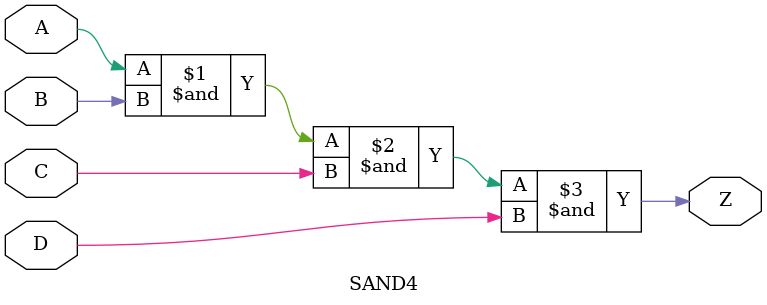
<source format=v>
`resetall
`timescale 1 ns / 100 ps

`celldefine

module SAND4 (A, B, C, D, Z);
  input A, B, C, D ;
  output Z;

  and (Z, A, B, C, D);


endmodule 

`endcelldefine

</source>
